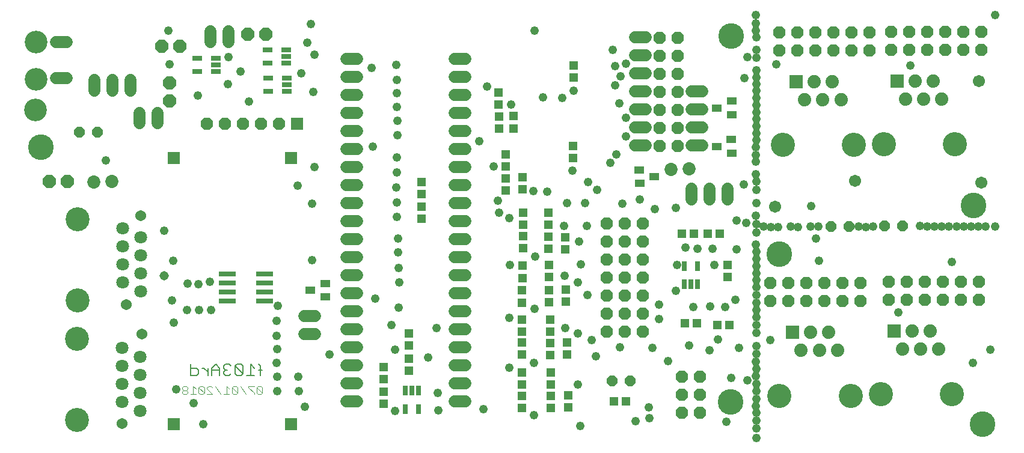
<source format=gbr>
G04 EAGLE Gerber X2 export*
%TF.Part,Single*%
%TF.FileFunction,Soldermask,Bot,1*%
%TF.FilePolarity,Negative*%
%TF.GenerationSoftware,Autodesk,EAGLE,8.6.3*%
%TF.CreationDate,2018-07-14T15:56:02Z*%
G75*
%MOMM*%
%FSLAX34Y34*%
%LPD*%
%AMOC8*
5,1,8,0,0,1.08239X$1,22.5*%
G01*
%ADD10C,0.152400*%
%ADD11C,0.101600*%
%ADD12C,3.603200*%
%ADD13R,2.403200X0.803200*%
%ADD14P,1.594577X8X202.500000*%
%ADD15C,1.853200*%
%ADD16P,1.951982X8X202.500000*%
%ADD17R,1.703200X1.703200*%
%ADD18C,1.803400*%
%ADD19C,3.378200*%
%ADD20P,1.594577X8X22.500000*%
%ADD21R,1.303200X1.203200*%
%ADD22C,1.536700*%
%ADD23C,1.727200*%
%ADD24P,1.843527X8X292.500000*%
%ADD25P,1.869504X8X112.500000*%
%ADD26R,1.403200X0.753200*%
%ADD27P,1.869504X8X292.500000*%
%ADD28R,0.803200X1.403200*%
%ADD29C,1.703200*%
%ADD30R,1.403200X1.103200*%
%ADD31C,3.203200*%
%ADD32R,1.203200X1.303200*%
%ADD33P,1.951982X8X292.500000*%
%ADD34C,1.879600*%
%ADD35R,1.879600X1.879600*%
%ADD36C,3.403200*%
%ADD37P,1.869504X8X22.500000*%
%ADD38C,1.209600*%
%ADD39C,1.703200*%
%ADD40C,1.309600*%


D10*
X336726Y97762D02*
X336726Y111320D01*
X334015Y114032D01*
X334015Y105897D02*
X339438Y105897D01*
X328524Y108609D02*
X323100Y114032D01*
X323100Y97762D01*
X317677Y97762D02*
X328524Y97762D01*
X312152Y100474D02*
X312152Y111320D01*
X309440Y114032D01*
X304017Y114032D01*
X301305Y111320D01*
X301305Y100474D01*
X304017Y97762D01*
X309440Y97762D01*
X312152Y100474D01*
X301305Y111320D01*
X295781Y111320D02*
X293069Y114032D01*
X287646Y114032D01*
X284934Y111320D01*
X284934Y108609D01*
X287646Y105897D01*
X290357Y105897D01*
X287646Y105897D02*
X284934Y103185D01*
X284934Y100474D01*
X287646Y97762D01*
X293069Y97762D01*
X295781Y100474D01*
X279409Y97762D02*
X279409Y108609D01*
X273986Y114032D01*
X268562Y108609D01*
X268562Y97762D01*
X268562Y105897D02*
X279409Y105897D01*
X263037Y108609D02*
X263037Y97762D01*
X263037Y103185D02*
X257614Y108609D01*
X254902Y108609D01*
X238548Y114032D02*
X238548Y97762D01*
X246683Y97762D01*
X249394Y100474D01*
X249394Y105897D01*
X246683Y108609D01*
X238548Y108609D01*
D11*
X339692Y81153D02*
X339692Y73357D01*
X339692Y81153D02*
X337743Y83102D01*
X333845Y83102D01*
X331896Y81153D01*
X331896Y73357D01*
X333845Y71408D01*
X337743Y71408D01*
X339692Y73357D01*
X331896Y81153D01*
X327998Y83102D02*
X320202Y83102D01*
X320202Y81153D01*
X327998Y73357D01*
X327998Y71408D01*
X316304Y71408D02*
X308508Y83102D01*
X304610Y81153D02*
X304610Y73357D01*
X304610Y81153D02*
X302661Y83102D01*
X298763Y83102D01*
X296814Y81153D01*
X296814Y73357D01*
X298763Y71408D01*
X302661Y71408D01*
X304610Y73357D01*
X296814Y81153D01*
X292916Y79204D02*
X289018Y83102D01*
X289018Y71408D01*
X292916Y71408D02*
X285120Y71408D01*
X281222Y71408D02*
X273426Y83102D01*
X269528Y71408D02*
X261732Y71408D01*
X269528Y71408D02*
X261732Y79204D01*
X261732Y81153D01*
X263681Y83102D01*
X267579Y83102D01*
X269528Y81153D01*
X257834Y81153D02*
X257834Y73357D01*
X257834Y81153D02*
X255885Y83102D01*
X251987Y83102D01*
X250038Y81153D01*
X250038Y73357D01*
X251987Y71408D01*
X255885Y71408D01*
X257834Y73357D01*
X250038Y81153D01*
X246140Y79204D02*
X242242Y83102D01*
X242242Y71408D01*
X246140Y71408D02*
X238344Y71408D01*
X234446Y81153D02*
X232497Y83102D01*
X228599Y83102D01*
X226650Y81153D01*
X226650Y79204D01*
X228599Y77255D01*
X226650Y75306D01*
X226650Y73357D01*
X228599Y71408D01*
X232497Y71408D01*
X234446Y73357D01*
X234446Y75306D01*
X232497Y77255D01*
X234446Y79204D01*
X234446Y81153D01*
X232497Y77255D02*
X228599Y77255D01*
D12*
X999700Y576700D03*
X1067900Y269400D03*
X999100Y61000D03*
X1353900Y29300D03*
X28000Y420000D03*
X1341200Y337500D03*
D13*
X342442Y228368D03*
X290442Y228368D03*
X342442Y241068D03*
X342442Y215668D03*
X342442Y202968D03*
X290442Y241068D03*
X290442Y215668D03*
X290442Y202968D03*
D14*
X107400Y441350D03*
X82000Y441350D03*
D15*
X102600Y370700D03*
X127700Y371200D03*
D16*
X65100Y371200D03*
X39700Y371200D03*
D17*
X379800Y404600D03*
X214800Y404600D03*
X214800Y29600D03*
X379800Y29600D03*
D18*
X141700Y136800D03*
X167100Y124100D03*
X141700Y111400D03*
X167100Y98700D03*
X141700Y86000D03*
X167100Y73300D03*
X141700Y60600D03*
X167100Y47900D03*
D19*
X78200Y149500D03*
X78200Y35200D03*
D18*
X143300Y305200D03*
X168700Y292500D03*
X143300Y279800D03*
X168700Y267100D03*
X143300Y254400D03*
X168700Y241700D03*
X143300Y229000D03*
X168700Y216300D03*
D19*
X79800Y317900D03*
X79800Y203600D03*
D20*
X831800Y90100D03*
X857200Y90100D03*
D21*
X834800Y61900D03*
X851800Y61900D03*
D22*
X168500Y323600D03*
X148300Y198200D03*
X169900Y156500D03*
X141700Y30300D03*
D23*
X610380Y62000D02*
X625620Y62000D01*
X625620Y87400D02*
X610380Y87400D01*
X610380Y112800D02*
X625620Y112800D01*
X625620Y138200D02*
X610380Y138200D01*
X610380Y163600D02*
X625620Y163600D01*
X625620Y189000D02*
X610380Y189000D01*
X610380Y214400D02*
X625620Y214400D01*
X625620Y239800D02*
X610380Y239800D01*
X610380Y265200D02*
X625620Y265200D01*
X625620Y290600D02*
X610380Y290600D01*
X610380Y316000D02*
X625620Y316000D01*
X625620Y341400D02*
X610380Y341400D01*
X610380Y366800D02*
X625620Y366800D01*
X625620Y392200D02*
X610380Y392200D01*
X610380Y417600D02*
X625620Y417600D01*
X625620Y443000D02*
X610380Y443000D01*
X610380Y468400D02*
X625620Y468400D01*
X625620Y493800D02*
X610380Y493800D01*
X610380Y519200D02*
X625620Y519200D01*
X625620Y544600D02*
X610380Y544600D01*
X473220Y62000D02*
X457980Y62000D01*
X457980Y87400D02*
X473220Y87400D01*
X473220Y112800D02*
X457980Y112800D01*
X457980Y138200D02*
X473220Y138200D01*
X473220Y163600D02*
X457980Y163600D01*
X457980Y189000D02*
X473220Y189000D01*
X473220Y214400D02*
X457980Y214400D01*
X457980Y239800D02*
X473220Y239800D01*
X473220Y265200D02*
X457980Y265200D01*
X457980Y290600D02*
X473220Y290600D01*
X473220Y316000D02*
X457980Y316000D01*
X457980Y341400D02*
X473220Y341400D01*
X473220Y366800D02*
X457980Y366800D01*
X457980Y392200D02*
X473220Y392200D01*
X473220Y417600D02*
X457980Y417600D01*
X457980Y443000D02*
X473220Y443000D01*
X473220Y468400D02*
X457980Y468400D01*
X457980Y493800D02*
X473220Y493800D01*
X473220Y519200D02*
X457980Y519200D01*
X457980Y544600D02*
X473220Y544600D01*
D21*
X546000Y104900D03*
X546000Y121900D03*
D17*
X388100Y452600D03*
D24*
X362700Y452600D03*
X337300Y452600D03*
X311900Y452600D03*
X286500Y452600D03*
X261100Y452600D03*
D21*
X546200Y140200D03*
X546200Y157200D03*
X672500Y497100D03*
X672500Y480100D03*
X672600Y463100D03*
X672600Y446100D03*
X742000Y310600D03*
X742000Y327600D03*
X742000Y293400D03*
X742000Y276400D03*
X744900Y177000D03*
X744900Y160000D03*
X745100Y144000D03*
X745100Y127000D03*
X563700Y371000D03*
X563700Y354000D03*
X563800Y336100D03*
X563800Y319100D03*
X682600Y358500D03*
X682600Y375500D03*
X682700Y392700D03*
X682700Y409700D03*
X743500Y236500D03*
X743500Y253500D03*
X742900Y218200D03*
X742900Y201200D03*
X745800Y102200D03*
X745800Y85200D03*
X745800Y69300D03*
X745800Y52300D03*
D25*
X875200Y159900D03*
X824400Y159900D03*
X875200Y185300D03*
X824400Y185300D03*
X875200Y210700D03*
X824400Y210700D03*
X875200Y236100D03*
X824400Y236100D03*
X875200Y261500D03*
X824400Y261500D03*
X875200Y286900D03*
X824400Y286900D03*
X875200Y312300D03*
X824400Y312300D03*
X849800Y159900D03*
X849800Y185300D03*
X849800Y210700D03*
X849800Y236100D03*
X849800Y261500D03*
X849800Y286900D03*
X849800Y312300D03*
D26*
X373200Y557000D03*
X373200Y547500D03*
X373200Y538000D03*
X347200Y538000D03*
X347200Y557000D03*
D27*
X924700Y574300D03*
X899300Y574300D03*
X924700Y548900D03*
X899300Y548900D03*
X924700Y523500D03*
X899300Y523500D03*
X924700Y498100D03*
X899300Y498100D03*
X924700Y472700D03*
X899300Y472700D03*
X924700Y447300D03*
X899300Y447300D03*
X924700Y421900D03*
X899300Y421900D03*
D28*
X559500Y50440D03*
X540500Y76560D03*
X550000Y76560D03*
X559500Y76560D03*
X540500Y50440D03*
D21*
X510500Y75400D03*
X510500Y58400D03*
X510500Y109900D03*
X510500Y92900D03*
X705300Y177100D03*
X705300Y160100D03*
X704800Y102000D03*
X704800Y85000D03*
X705500Y200900D03*
X705500Y217900D03*
X705700Y235600D03*
X705700Y252600D03*
D16*
X344600Y578900D03*
X319200Y578900D03*
D29*
X292000Y583200D02*
X292000Y568200D01*
X266600Y568200D02*
X266600Y583200D01*
D30*
X870540Y387600D03*
X871040Y368600D03*
X891660Y378100D03*
D15*
X915300Y388600D03*
X940400Y389100D03*
D26*
X274200Y545200D03*
X274200Y535700D03*
X274200Y526200D03*
X248200Y526200D03*
X248200Y545200D03*
D16*
X223700Y562400D03*
X198300Y562400D03*
D23*
X64520Y517100D02*
X49280Y517100D01*
X49280Y567900D02*
X64520Y567900D01*
D31*
X20600Y472500D03*
X20900Y567700D03*
X20800Y515500D03*
D23*
X864480Y422400D02*
X879720Y422400D01*
X879720Y447800D02*
X864480Y447800D01*
X864480Y473200D02*
X879720Y473200D01*
X879720Y498600D02*
X864480Y498600D01*
X864480Y524000D02*
X879720Y524000D01*
X879720Y549400D02*
X864480Y549400D01*
X864480Y574800D02*
X879720Y574800D01*
D32*
X983800Y297500D03*
X966800Y297500D03*
X980400Y169300D03*
X997400Y169300D03*
X951600Y171300D03*
X934600Y171300D03*
X947600Y297800D03*
X930600Y297800D03*
D21*
X994700Y253600D03*
X994700Y236600D03*
D28*
X933600Y252460D03*
X952600Y226340D03*
X943100Y226340D03*
X933600Y226340D03*
X952600Y252460D03*
D25*
X955700Y45600D03*
X930300Y45600D03*
X955700Y71000D03*
X930300Y71000D03*
X955700Y96400D03*
X930300Y96400D03*
D21*
X705200Y52500D03*
X705200Y69500D03*
X704900Y144800D03*
X704900Y127800D03*
X707200Y277300D03*
X707200Y294300D03*
X707100Y310600D03*
X707100Y327600D03*
X765800Y275800D03*
X765800Y292800D03*
X766900Y201900D03*
X766900Y218900D03*
X768800Y127500D03*
X768800Y144500D03*
X770600Y53300D03*
X770600Y70300D03*
X705900Y377600D03*
X705900Y360600D03*
X693500Y446400D03*
X693500Y463400D03*
D26*
X373900Y517200D03*
X373900Y507700D03*
X373900Y498200D03*
X347900Y498200D03*
X347900Y517200D03*
D33*
X209000Y510300D03*
X209000Y484900D03*
D29*
X192000Y468300D02*
X192000Y453300D01*
X166600Y453300D02*
X166600Y468300D01*
D30*
X428560Y209000D03*
X428060Y228000D03*
X407440Y218500D03*
D29*
X413800Y182300D02*
X398800Y182300D01*
X398800Y156900D02*
X413800Y156900D01*
X944300Y422000D02*
X959300Y422000D01*
X959300Y447400D02*
X944300Y447400D01*
X944300Y472800D02*
X959300Y472800D01*
X959300Y498200D02*
X944300Y498200D01*
D30*
X1000460Y411500D03*
X999960Y430500D03*
X979340Y421000D03*
X1000960Y465700D03*
X1000460Y484700D03*
X979840Y475200D03*
D23*
X153600Y499180D02*
X153600Y514420D01*
X128200Y514420D02*
X128200Y499180D01*
X102800Y499180D02*
X102800Y514420D01*
D34*
X1103390Y486580D03*
D35*
X1091150Y511980D03*
D34*
X1128870Y486580D03*
X1116630Y511980D03*
X1154350Y486580D03*
X1142110Y511980D03*
D36*
X1072610Y422900D03*
X1172890Y422900D03*
D37*
X1067500Y555700D03*
X1067500Y581100D03*
X1092900Y555700D03*
X1092900Y581100D03*
X1118300Y555700D03*
X1118300Y581100D03*
X1143700Y555700D03*
X1143700Y581100D03*
X1169100Y555700D03*
X1169100Y581100D03*
X1194500Y555700D03*
X1194500Y581100D03*
D34*
X1245490Y487680D03*
D35*
X1233250Y513080D03*
D34*
X1270970Y487680D03*
X1258730Y513080D03*
X1296450Y487680D03*
X1284210Y513080D03*
D36*
X1214710Y424000D03*
X1314990Y424000D03*
D37*
X1225300Y556600D03*
X1225300Y582000D03*
X1250700Y556600D03*
X1250700Y582000D03*
X1276100Y556600D03*
X1276100Y582000D03*
X1301500Y556600D03*
X1301500Y582000D03*
X1326900Y556600D03*
X1326900Y582000D03*
X1352300Y556600D03*
X1352300Y582000D03*
D34*
X1241190Y135180D03*
D35*
X1228950Y160580D03*
D34*
X1266670Y135180D03*
X1254430Y160580D03*
X1292150Y135180D03*
X1279910Y160580D03*
D36*
X1210410Y71500D03*
X1310690Y71500D03*
D37*
X1221700Y205000D03*
X1221700Y230400D03*
X1247100Y205000D03*
X1247100Y230400D03*
X1272500Y205000D03*
X1272500Y230400D03*
X1297900Y205000D03*
X1297900Y230400D03*
X1323300Y205000D03*
X1323300Y230400D03*
X1348700Y205000D03*
X1348700Y230400D03*
D34*
X1098390Y133280D03*
D35*
X1086150Y158680D03*
D34*
X1123870Y133280D03*
X1111630Y158680D03*
X1149350Y133280D03*
X1137110Y158680D03*
D36*
X1067610Y69600D03*
X1167890Y69600D03*
D37*
X1054600Y202800D03*
X1054600Y228200D03*
X1080000Y202800D03*
X1080000Y228200D03*
X1105400Y202800D03*
X1105400Y228200D03*
X1130800Y202800D03*
X1130800Y228200D03*
X1156200Y202800D03*
X1156200Y228200D03*
X1181600Y202800D03*
X1181600Y228200D03*
D14*
X1165700Y308200D03*
X1140300Y308200D03*
X1241200Y308500D03*
X1215800Y308500D03*
D32*
X778000Y518100D03*
X778000Y535100D03*
X776800Y404200D03*
X776800Y421200D03*
D29*
X944000Y361100D02*
X944000Y346100D01*
X969400Y346100D02*
X969400Y361100D01*
X994800Y361100D02*
X994800Y346100D01*
D38*
X119000Y401200D03*
X1007200Y276100D03*
X243200Y58900D03*
X1112800Y336400D03*
D39*
X1061200Y336000D03*
X1174300Y372100D03*
D38*
X359400Y174900D03*
X359900Y154100D03*
X360200Y135400D03*
X359900Y115800D03*
X360800Y96200D03*
X360800Y76100D03*
X391200Y76100D03*
X390600Y96200D03*
X399900Y54000D03*
X218300Y78800D03*
X256100Y29500D03*
X267700Y190700D03*
X250400Y190300D03*
X233800Y190300D03*
X234300Y227200D03*
X249500Y226600D03*
X265800Y229900D03*
X884900Y37600D03*
X865100Y34000D03*
X1022800Y91400D03*
X1000100Y94800D03*
X940500Y140500D03*
X969600Y133600D03*
X836100Y507300D03*
X842000Y481900D03*
X836600Y533900D03*
X832800Y557000D03*
X1034700Y594100D03*
X526900Y48000D03*
X214700Y172800D03*
X214400Y260100D03*
X830000Y397400D03*
X528400Y535800D03*
X528900Y515000D03*
X529200Y496300D03*
X528900Y476700D03*
X529800Y457100D03*
X529800Y437000D03*
X734500Y490000D03*
X762100Y489300D03*
X528700Y405700D03*
X528800Y384400D03*
X528400Y363400D03*
X529100Y341600D03*
X529300Y322000D03*
X530500Y291500D03*
X531000Y271300D03*
X531700Y249900D03*
X531300Y193900D03*
X498200Y206500D03*
X788300Y254500D03*
X521200Y169300D03*
X656400Y505000D03*
X740700Y357500D03*
X797100Y211700D03*
X766400Y165100D03*
X765400Y238700D03*
X394500Y523600D03*
X403200Y567300D03*
X321100Y484200D03*
X249000Y492300D03*
X209200Y536800D03*
X207500Y584000D03*
X1006000Y204700D03*
X921900Y217500D03*
X911100Y118600D03*
X889200Y136900D03*
X898300Y177400D03*
X1034900Y117400D03*
X993200Y32800D03*
X434000Y127500D03*
X785500Y287100D03*
X796800Y308800D03*
X687700Y319500D03*
X688400Y253600D03*
X687400Y179600D03*
X687400Y108700D03*
X671600Y344400D03*
X1364900Y134500D03*
X1340300Y116200D03*
X1034800Y584300D03*
X1035200Y574500D03*
X1035200Y556600D03*
X1035100Y545900D03*
X1035100Y527900D03*
X1035300Y518200D03*
X1035300Y508500D03*
X1035200Y499200D03*
X1035200Y489100D03*
X1035500Y479300D03*
X1035600Y469200D03*
X1035200Y459600D03*
X1035200Y449500D03*
X1035000Y439600D03*
X1035000Y429800D03*
X1034800Y419600D03*
X1034900Y409100D03*
X1034900Y399500D03*
X1034900Y381800D03*
X1035100Y371500D03*
X1035100Y360100D03*
X1035100Y341000D03*
X1035100Y299400D03*
X1034900Y282300D03*
X1035200Y272200D03*
X1035200Y262100D03*
X1035000Y252100D03*
X1035100Y242300D03*
X1035100Y232700D03*
X1035500Y222600D03*
X1035500Y211900D03*
X1035500Y200800D03*
X1035200Y190400D03*
X1035100Y179800D03*
X1035400Y169200D03*
X1035400Y158000D03*
X1035400Y139700D03*
X1035000Y128500D03*
X1035000Y107400D03*
X1034700Y97000D03*
X1035500Y86400D03*
X1035300Y75800D03*
X1035300Y65400D03*
X1034900Y55300D03*
X1035200Y45500D03*
X1035100Y34700D03*
X1035300Y23800D03*
X1045400Y307900D03*
X1055500Y307600D03*
X1065900Y307400D03*
X1083600Y307800D03*
X1093900Y307500D03*
X1111300Y308200D03*
X1122300Y308300D03*
X1179400Y308000D03*
X1189300Y307600D03*
X1199200Y308000D03*
X1265500Y308600D03*
X1275800Y308100D03*
X1285900Y308100D03*
X1296300Y308100D03*
X1306700Y308100D03*
X1317200Y308300D03*
X1327500Y308300D03*
X1337700Y308200D03*
X1347700Y308200D03*
X1357700Y308100D03*
X1034900Y323200D03*
X1035000Y311600D03*
D39*
X1351600Y370000D03*
X1348400Y512800D03*
D38*
X587800Y49300D03*
X586800Y73600D03*
X651300Y50400D03*
X526200Y134400D03*
X572900Y123100D03*
X532100Y229300D03*
X201200Y302200D03*
D40*
X201300Y238800D03*
D38*
X212200Y203600D03*
X1310800Y258200D03*
X1371700Y606300D03*
X1371800Y308400D03*
X1035300Y10100D03*
X361700Y196500D03*
X389100Y365600D03*
X409800Y340500D03*
X409500Y260500D03*
X413000Y391500D03*
X952500Y276500D03*
X883500Y52800D03*
X783900Y85000D03*
X787200Y27100D03*
X783500Y157700D03*
X783900Y229200D03*
X764600Y308900D03*
X721100Y357800D03*
X689700Y479800D03*
X291600Y546700D03*
X291500Y508300D03*
X1034400Y606300D03*
X645200Y428600D03*
X665600Y392600D03*
X923500Y253500D03*
X673400Y327200D03*
X768300Y340800D03*
X798000Y370800D03*
X975700Y253800D03*
X892200Y332200D03*
X846500Y340100D03*
X810800Y359700D03*
X794100Y341300D03*
X870900Y345900D03*
X921900Y334700D03*
X935600Y278300D03*
X970400Y195800D03*
X973700Y276500D03*
X946400Y194800D03*
X991400Y194800D03*
X1010900Y136800D03*
X722000Y115700D03*
X722300Y42200D03*
X722900Y192300D03*
X723900Y265800D03*
X843000Y137800D03*
X809500Y125000D03*
X803300Y147600D03*
X851300Y461600D03*
X309300Y526100D03*
X723300Y584100D03*
X838200Y409800D03*
X494800Y420800D03*
X493700Y531800D03*
X411600Y497300D03*
X1022300Y546400D03*
X1018200Y517100D03*
X413400Y549900D03*
X408100Y593100D03*
X844000Y520000D03*
X1063000Y536400D03*
X1251800Y535100D03*
X851700Y537700D03*
X1017800Y366900D03*
X1007800Y316100D03*
X1123600Y259900D03*
X897900Y197800D03*
X1020700Y313400D03*
X981100Y149000D03*
X1055100Y147800D03*
X851600Y435000D03*
X1119000Y291500D03*
X1234800Y186800D03*
X584900Y164600D03*
X777700Y499600D03*
X776500Y387100D03*
M02*

</source>
